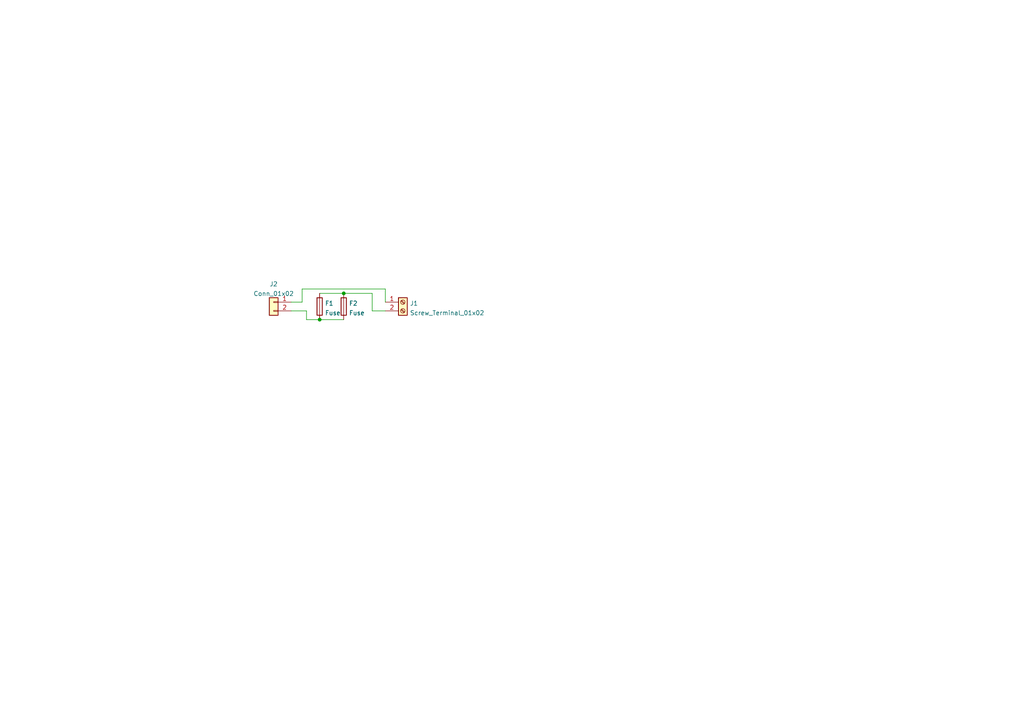
<source format=kicad_sch>
(kicad_sch (version 20211123) (generator eeschema)
  (paper "A4")
  (lib_symbols
    (symbol "Connector:Screw_Terminal_01x02" (pin_names (offset 1.016) hide)
      (property "Reference" "J" (at 0 2.54 0))
      (property "Value" "Screw_Terminal_01x02" (at 0 -5.08 0))
      (symbol "Screw_Terminal_01x02_1_1"
        (rectangle (start -1.27 1.27) (end 1.27 -3.81) (stroke (width 0.254)) (fill (type background)))
        (circle (center 0 -2.54) (radius 0.635) (stroke (width 0.1524)))
        (polyline (pts (xy -0.5334 -2.2098) (xy 0.3302 -3.048)) (stroke (width 0.1524)))
        (polyline (pts (xy -0.5334 0.3302) (xy 0.3302 -0.508)) (stroke (width 0.1524)))
        (polyline (pts (xy -0.3556 -2.032) (xy 0.508 -2.8702)) (stroke (width 0.1524)))
        (polyline (pts (xy -0.3556 0.508) (xy 0.508 -0.3302)) (stroke (width 0.1524)))
        (circle (center 0 0) (radius 0.635) (stroke (width 0.1524)))
        (pin passive line (at -5.08 0 0) (length 3.81) (name "Pin_1") (number "1"))
        (pin passive line (at -5.08 -2.54 0) (length 3.81) (name "Pin_2") (number "2"))
      )
    )
    (symbol "Connector_Generic:Conn_01x02" (pin_names (offset 1.016) hide)
      (property "Reference" "J" (at 0 2.54 0))
      (property "Value" "Conn_01x02" (at 0 -5.08 0))
      (symbol "Conn_01x02_1_1"
        (rectangle (start -1.27 -2.413) (end 0 -2.667) (stroke (width 0.1524)))
        (rectangle (start -1.27 0.127) (end 0 -0.127) (stroke (width 0.1524)))
        (rectangle (start -1.27 1.27) (end 1.27 -3.81) (stroke (width 0.254)) (fill (type background)))
        (pin passive line (at -5.08 0 0) (length 3.81) (name "Pin_1") (number "1"))
        (pin passive line (at -5.08 -2.54 0) (length 3.81) (name "Pin_2") (number "2"))
      )
    )
    (symbol "Device:Fuse" (pin_numbers hide) (pin_names (offset 0))
      (property "Reference" "F" (at 2.032 0 90))
      (property "Value" "Fuse" (at -1.905 0 90))
      (symbol "Fuse_0_1"
        (rectangle (start -0.762 -2.54) (end 0.762 2.54) (stroke (width 0.254)))
        (polyline (pts (xy 0 2.54) (xy 0 -2.54)))
      )
      (symbol "Fuse_1_1"
        (pin passive line (at 0 3.81 270) (length 1.27) (name "~") (number "1"))
        (pin passive line (at 0 -3.81 90) (length 1.27) (name "~") (number "2"))
      )
    )
  )
  (junction (at 92.71 92.71))
  (junction (at 99.695 85.09))
  (wire (pts (xy 84.455 87.63) (xy 87.63 87.63)))
  (wire (pts (xy 107.95 85.09) (xy 107.95 90.17)))
  (wire (pts (xy 88.9 92.71) (xy 92.71 92.71)))
  (wire (pts (xy 99.695 85.09) (xy 107.95 85.09)))
  (wire (pts (xy 111.76 83.82) (xy 111.76 87.63)))
  (wire (pts (xy 84.455 90.17) (xy 88.9 90.17)))
  (wire (pts (xy 92.71 92.71) (xy 99.695 92.71)))
  (wire (pts (xy 107.95 90.17) (xy 111.76 90.17)))
  (wire (pts (xy 87.63 83.82) (xy 111.76 83.82)))
  (wire (pts (xy 92.71 85.09) (xy 99.695 85.09)))
  (wire (pts (xy 88.9 90.17) (xy 88.9 92.71)))
  (wire (pts (xy 87.63 87.63) (xy 87.63 83.82)))
  (symbol (lib_id "Device:Fuse") (at 92.71 88.9 0) (unit 1)
    (property "Reference" "F1" (at 94.234 87.9915 0) (effects (justify left)))
    (property "Value" "Fuse" (at 94.234 90.7666 0) (effects (justify left)))
    (property "Footprint" "Fuse:Fuseholder_Blade_ATO_Littelfuse_Pudenz_2_Pin" (effects hide))
  )
  (symbol (lib_id "Connector_Generic:Conn_01x02") (at 79.375 87.63 0) (mirror y) (unit 1)
    (property "Reference" "J2" (at 79.375 82.3935 0))
    (property "Value" "Conn_01x02" (at 79.375 85.1686 0))
  )
  (symbol (lib_id "Connector:Screw_Terminal_01x02") (at 116.84 87.63 0) (unit 1)
    (property "Reference" "J1" (at 118.872 87.9915 0) (effects (justify left)))
    (property "Value" "Screw_Terminal_01x02" (at 118.872 90.7666 0) (effects (justify left)))
    (property "Footprint" "TerminalBlock:TerminalBlock_Altech_AK300-2_P5.00mm" (effects hide))
  )
  (symbol (lib_id "Device:Fuse") (at 99.695 88.9 180) (unit 1)
    (property "Reference" "F2" (at 101.219 87.9915 0) (effects (justify right)))
    (property "Value" "Fuse" (at 101.219 90.7666 0) (effects (justify right)))
    (property "Footprint" "Fuse:Fuseholder_Blade_Mini_Keystone_3568" (effects hide))
  )
)
</source>
